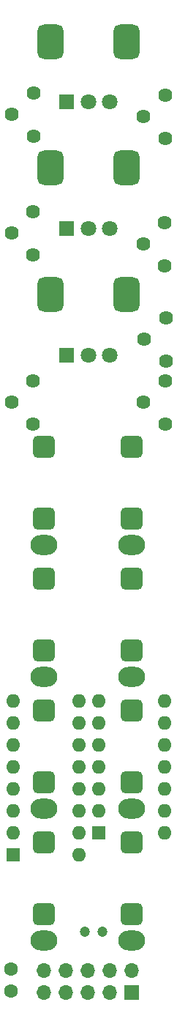
<source format=gbr>
%TF.GenerationSoftware,KiCad,Pcbnew,7.0.2*%
%TF.CreationDate,2023-06-12T17:36:46-04:00*%
%TF.ProjectId,as3340_no_mux,61733333-3430-45f6-9e6f-5f6d75782e6b,rev?*%
%TF.SameCoordinates,Original*%
%TF.FileFunction,Soldermask,Top*%
%TF.FilePolarity,Negative*%
%FSLAX46Y46*%
G04 Gerber Fmt 4.6, Leading zero omitted, Abs format (unit mm)*
G04 Created by KiCad (PCBNEW 7.0.2) date 2023-06-12 17:36:46*
%MOMM*%
%LPD*%
G01*
G04 APERTURE LIST*
G04 Aperture macros list*
%AMRoundRect*
0 Rectangle with rounded corners*
0 $1 Rounding radius*
0 $2 $3 $4 $5 $6 $7 $8 $9 X,Y pos of 4 corners*
0 Add a 4 corners polygon primitive as box body*
4,1,4,$2,$3,$4,$5,$6,$7,$8,$9,$2,$3,0*
0 Add four circle primitives for the rounded corners*
1,1,$1+$1,$2,$3*
1,1,$1+$1,$4,$5*
1,1,$1+$1,$6,$7*
1,1,$1+$1,$8,$9*
0 Add four rect primitives between the rounded corners*
20,1,$1+$1,$2,$3,$4,$5,0*
20,1,$1+$1,$4,$5,$6,$7,0*
20,1,$1+$1,$6,$7,$8,$9,0*
20,1,$1+$1,$8,$9,$2,$3,0*%
G04 Aperture macros list end*
%ADD10O,3.100000X2.300000*%
%ADD11RoundRect,0.650000X-0.650000X-0.650000X0.650000X-0.650000X0.650000X0.650000X-0.650000X0.650000X0*%
%ADD12C,1.600000*%
%ADD13R,1.800000X1.800000*%
%ADD14C,1.800000*%
%ADD15RoundRect,0.750000X0.750000X-1.250000X0.750000X1.250000X-0.750000X1.250000X-0.750000X-1.250000X0*%
%ADD16C,1.620000*%
%ADD17R,1.600000X1.600000*%
%ADD18O,1.600000X1.600000*%
%ADD19R,1.700000X1.700000*%
%ADD20O,1.700000X1.700000*%
%ADD21C,1.200000*%
G04 APERTURE END LIST*
D10*
%TO.C,J15*%
X193040000Y-140716000D03*
D11*
X193040000Y-129316000D03*
X193040000Y-137616000D03*
%TD*%
D10*
%TO.C,J1*%
X182880000Y-125476000D03*
D11*
X182880000Y-114076000D03*
X182880000Y-122376000D03*
%TD*%
D10*
%TO.C,J5*%
X182880000Y-140716000D03*
D11*
X182880000Y-129316000D03*
X182880000Y-137616000D03*
%TD*%
D12*
%TO.C,D1*%
X179070000Y-146538000D03*
X179070000Y-144038000D03*
%TD*%
D10*
%TO.C,J2*%
X182880000Y-94996000D03*
D11*
X182880000Y-83596000D03*
X182880000Y-91896000D03*
%TD*%
D10*
%TO.C,J12*%
X193040000Y-94996000D03*
D11*
X193040000Y-83596000D03*
X193040000Y-91896000D03*
%TD*%
D13*
%TO.C,THONKY_FINE_CV1*%
X185500000Y-58420000D03*
D14*
X188000000Y-58420000D03*
X190500000Y-58420000D03*
D15*
X183600000Y-51420000D03*
X192400000Y-51420000D03*
%TD*%
D10*
%TO.C,J13*%
X193040000Y-110236000D03*
D11*
X193040000Y-98836000D03*
X193040000Y-107136000D03*
%TD*%
D10*
%TO.C,J4*%
X182880000Y-110236000D03*
D11*
X182880000Y-98836000D03*
X182880000Y-107136000D03*
%TD*%
D13*
%TO.C,THONKY_COURSE_CV1*%
X185500000Y-43775000D03*
D14*
X188000000Y-43775000D03*
X190500000Y-43775000D03*
D15*
X183600000Y-36775000D03*
X192400000Y-36775000D03*
%TD*%
D13*
%TO.C,THONKY_PWM1*%
X185505000Y-73040000D03*
D14*
X188005000Y-73040000D03*
X190505000Y-73040000D03*
D15*
X183605000Y-66040000D03*
X192405000Y-66040000D03*
%TD*%
D10*
%TO.C,J14*%
X193040000Y-125476000D03*
D11*
X193040000Y-114076000D03*
X193040000Y-122376000D03*
%TD*%
D16*
%TO.C,NOT_THOONKY_SineBiasTrim1*%
X181610000Y-75986000D03*
X179110000Y-78486000D03*
X181610000Y-80986000D03*
%TD*%
%TO.C,NOT_THONKY_HF_TRACK1*%
X181665000Y-42712000D03*
X179165000Y-45212000D03*
X181665000Y-47712000D03*
%TD*%
D17*
%TO.C,U4*%
X189230000Y-128270000D03*
D18*
X189230000Y-125730000D03*
X189230000Y-123190000D03*
X189230000Y-120650000D03*
X189230000Y-118110000D03*
X189230000Y-115570000D03*
X189230000Y-113030000D03*
X196850000Y-113030000D03*
X196850000Y-115570000D03*
X196850000Y-118110000D03*
X196850000Y-120650000D03*
X196850000Y-123190000D03*
X196850000Y-125730000D03*
X196850000Y-128270000D03*
%TD*%
D16*
%TO.C,NOT_THINK_SineLevelTrim1*%
X196905000Y-75986000D03*
X194405000Y-78486000D03*
X196905000Y-80986000D03*
%TD*%
%TO.C,SW1*%
X196962400Y-68721600D03*
X194462400Y-71221600D03*
X196962400Y-73721600D03*
%TD*%
%TO.C,NOT_THONKY_SineShapeTrim1*%
X181610000Y-56428000D03*
X179110000Y-58928000D03*
X181610000Y-61428000D03*
%TD*%
D19*
%TO.C,J11*%
X193035000Y-146685000D03*
D20*
X193035000Y-144145000D03*
X190495000Y-146685000D03*
X190495000Y-144145000D03*
X187955000Y-146685000D03*
X187955000Y-144145000D03*
X185415000Y-146685000D03*
X185415000Y-144145000D03*
X182875000Y-146685000D03*
X182875000Y-144145000D03*
%TD*%
D17*
%TO.C,U2*%
X179324000Y-130810000D03*
D18*
X179324000Y-128270000D03*
X179324000Y-125730000D03*
X179324000Y-123190000D03*
X179324000Y-120650000D03*
X179324000Y-118110000D03*
X179324000Y-115570000D03*
X179324000Y-113030000D03*
X186944000Y-113030000D03*
X186944000Y-115570000D03*
X186944000Y-118110000D03*
X186944000Y-120650000D03*
X186944000Y-123190000D03*
X186944000Y-125730000D03*
X186944000Y-128270000D03*
X186944000Y-130810000D03*
%TD*%
D16*
%TO.C,NOT+THINKY_CV1*%
X196905000Y-42966000D03*
X194405000Y-45466000D03*
X196905000Y-47966000D03*
%TD*%
%TO.C,NOT_THINKY_TEMKO1*%
X196850000Y-57698000D03*
X194350000Y-60198000D03*
X196850000Y-62698000D03*
%TD*%
D21*
%TO.C,PolyStirene!C11*%
X189611000Y-139700000D03*
X187611000Y-139700000D03*
%TD*%
M02*

</source>
